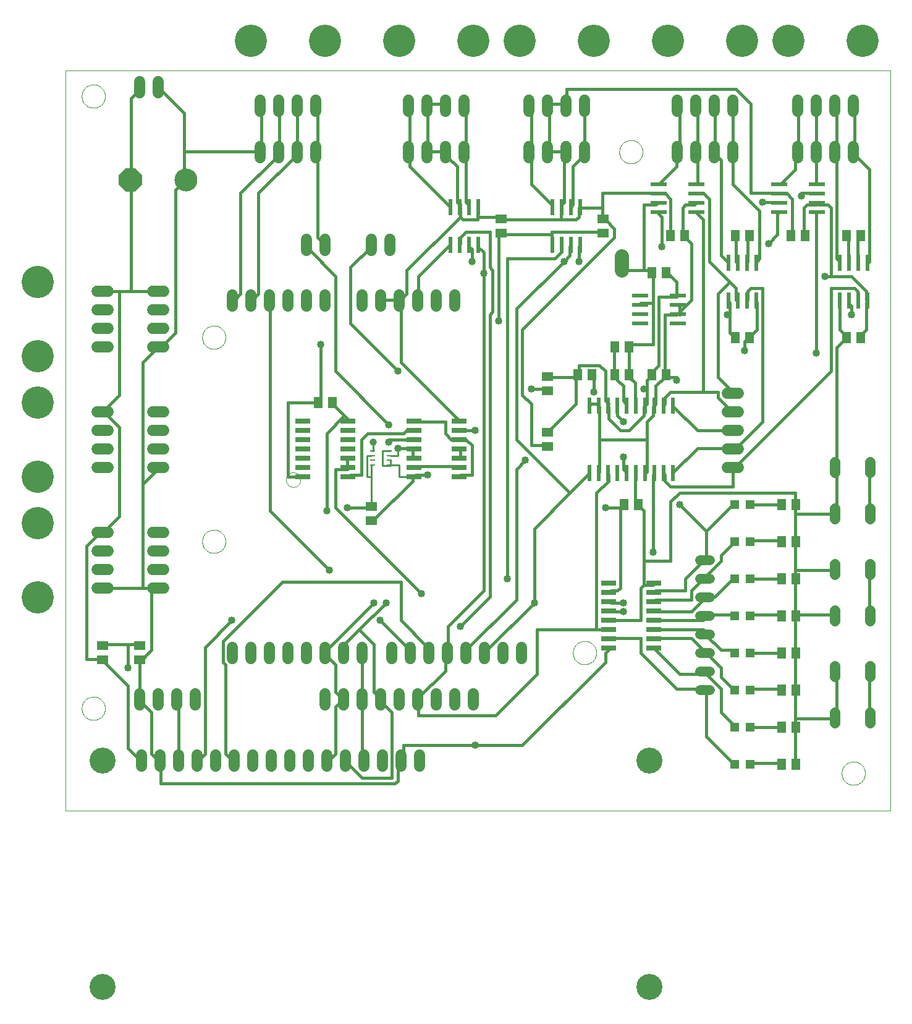
<source format=gtl>
G75*
G70*
%OFA0B0*%
%FSLAX24Y24*%
%IPPOS*%
%LPD*%
%AMOC8*
5,1,8,0,0,1.08239X$1,22.5*
%
%ADD10C,0.0000*%
%ADD11R,0.0236X0.0866*%
%ADD12R,0.0160X0.0080*%
%ADD13R,0.0866X0.0236*%
%ADD14C,0.0600*%
%ADD15R,0.0800X0.0260*%
%ADD16C,0.0554*%
%ADD17C,0.1400*%
%ADD18C,0.1740*%
%ADD19R,0.0591X0.0512*%
%ADD20R,0.0512X0.0591*%
%ADD21C,0.0780*%
%ADD22C,0.0520*%
%ADD23R,0.0472X0.0472*%
%ADD24OC8,0.1240*%
%ADD25C,0.1240*%
%ADD26C,0.0160*%
%ADD27C,0.0400*%
%ADD28C,0.0100*%
%ADD29C,0.0396*%
D10*
X003134Y011006D02*
X003134Y050876D01*
X047627Y050876D01*
X047627Y011006D01*
X003134Y011006D01*
X004004Y016506D02*
X004006Y016556D01*
X004012Y016606D01*
X004022Y016655D01*
X004036Y016703D01*
X004053Y016750D01*
X004074Y016795D01*
X004099Y016839D01*
X004127Y016880D01*
X004159Y016919D01*
X004193Y016956D01*
X004230Y016990D01*
X004270Y017020D01*
X004312Y017047D01*
X004356Y017071D01*
X004402Y017092D01*
X004449Y017108D01*
X004497Y017121D01*
X004547Y017130D01*
X004596Y017135D01*
X004647Y017136D01*
X004697Y017133D01*
X004746Y017126D01*
X004795Y017115D01*
X004843Y017100D01*
X004889Y017082D01*
X004934Y017060D01*
X004977Y017034D01*
X005018Y017005D01*
X005057Y016973D01*
X005093Y016938D01*
X005125Y016900D01*
X005155Y016860D01*
X005182Y016817D01*
X005205Y016773D01*
X005224Y016727D01*
X005240Y016679D01*
X005252Y016630D01*
X005260Y016581D01*
X005264Y016531D01*
X005264Y016481D01*
X005260Y016431D01*
X005252Y016382D01*
X005240Y016333D01*
X005224Y016285D01*
X005205Y016239D01*
X005182Y016195D01*
X005155Y016152D01*
X005125Y016112D01*
X005093Y016074D01*
X005057Y016039D01*
X005018Y016007D01*
X004977Y015978D01*
X004934Y015952D01*
X004889Y015930D01*
X004843Y015912D01*
X004795Y015897D01*
X004746Y015886D01*
X004697Y015879D01*
X004647Y015876D01*
X004596Y015877D01*
X004547Y015882D01*
X004497Y015891D01*
X004449Y015904D01*
X004402Y015920D01*
X004356Y015941D01*
X004312Y015965D01*
X004270Y015992D01*
X004230Y016022D01*
X004193Y016056D01*
X004159Y016093D01*
X004127Y016132D01*
X004099Y016173D01*
X004074Y016217D01*
X004053Y016262D01*
X004036Y016309D01*
X004022Y016357D01*
X004012Y016406D01*
X004006Y016456D01*
X004004Y016506D01*
X010504Y025506D02*
X010506Y025556D01*
X010512Y025606D01*
X010522Y025655D01*
X010536Y025703D01*
X010553Y025750D01*
X010574Y025795D01*
X010599Y025839D01*
X010627Y025880D01*
X010659Y025919D01*
X010693Y025956D01*
X010730Y025990D01*
X010770Y026020D01*
X010812Y026047D01*
X010856Y026071D01*
X010902Y026092D01*
X010949Y026108D01*
X010997Y026121D01*
X011047Y026130D01*
X011096Y026135D01*
X011147Y026136D01*
X011197Y026133D01*
X011246Y026126D01*
X011295Y026115D01*
X011343Y026100D01*
X011389Y026082D01*
X011434Y026060D01*
X011477Y026034D01*
X011518Y026005D01*
X011557Y025973D01*
X011593Y025938D01*
X011625Y025900D01*
X011655Y025860D01*
X011682Y025817D01*
X011705Y025773D01*
X011724Y025727D01*
X011740Y025679D01*
X011752Y025630D01*
X011760Y025581D01*
X011764Y025531D01*
X011764Y025481D01*
X011760Y025431D01*
X011752Y025382D01*
X011740Y025333D01*
X011724Y025285D01*
X011705Y025239D01*
X011682Y025195D01*
X011655Y025152D01*
X011625Y025112D01*
X011593Y025074D01*
X011557Y025039D01*
X011518Y025007D01*
X011477Y024978D01*
X011434Y024952D01*
X011389Y024930D01*
X011343Y024912D01*
X011295Y024897D01*
X011246Y024886D01*
X011197Y024879D01*
X011147Y024876D01*
X011096Y024877D01*
X011047Y024882D01*
X010997Y024891D01*
X010949Y024904D01*
X010902Y024920D01*
X010856Y024941D01*
X010812Y024965D01*
X010770Y024992D01*
X010730Y025022D01*
X010693Y025056D01*
X010659Y025093D01*
X010627Y025132D01*
X010599Y025173D01*
X010574Y025217D01*
X010553Y025262D01*
X010536Y025309D01*
X010522Y025357D01*
X010512Y025406D01*
X010506Y025456D01*
X010504Y025506D01*
X015020Y028831D02*
X015022Y028870D01*
X015028Y028909D01*
X015038Y028947D01*
X015051Y028984D01*
X015068Y029019D01*
X015088Y029053D01*
X015112Y029084D01*
X015139Y029113D01*
X015168Y029139D01*
X015200Y029162D01*
X015234Y029182D01*
X015270Y029198D01*
X015307Y029210D01*
X015346Y029219D01*
X015385Y029224D01*
X015424Y029225D01*
X015463Y029222D01*
X015502Y029215D01*
X015539Y029204D01*
X015576Y029190D01*
X015611Y029172D01*
X015644Y029151D01*
X015675Y029126D01*
X015703Y029099D01*
X015728Y029069D01*
X015750Y029036D01*
X015769Y029002D01*
X015784Y028966D01*
X015796Y028928D01*
X015804Y028890D01*
X015808Y028851D01*
X015808Y028811D01*
X015804Y028772D01*
X015796Y028734D01*
X015784Y028696D01*
X015769Y028660D01*
X015750Y028626D01*
X015728Y028593D01*
X015703Y028563D01*
X015675Y028536D01*
X015644Y028511D01*
X015611Y028490D01*
X015576Y028472D01*
X015539Y028458D01*
X015502Y028447D01*
X015463Y028440D01*
X015424Y028437D01*
X015385Y028438D01*
X015346Y028443D01*
X015307Y028452D01*
X015270Y028464D01*
X015234Y028480D01*
X015200Y028500D01*
X015168Y028523D01*
X015139Y028549D01*
X015112Y028578D01*
X015088Y028609D01*
X015068Y028643D01*
X015051Y028678D01*
X015038Y028715D01*
X015028Y028753D01*
X015022Y028792D01*
X015020Y028831D01*
X010504Y036506D02*
X010506Y036556D01*
X010512Y036606D01*
X010522Y036655D01*
X010536Y036703D01*
X010553Y036750D01*
X010574Y036795D01*
X010599Y036839D01*
X010627Y036880D01*
X010659Y036919D01*
X010693Y036956D01*
X010730Y036990D01*
X010770Y037020D01*
X010812Y037047D01*
X010856Y037071D01*
X010902Y037092D01*
X010949Y037108D01*
X010997Y037121D01*
X011047Y037130D01*
X011096Y037135D01*
X011147Y037136D01*
X011197Y037133D01*
X011246Y037126D01*
X011295Y037115D01*
X011343Y037100D01*
X011389Y037082D01*
X011434Y037060D01*
X011477Y037034D01*
X011518Y037005D01*
X011557Y036973D01*
X011593Y036938D01*
X011625Y036900D01*
X011655Y036860D01*
X011682Y036817D01*
X011705Y036773D01*
X011724Y036727D01*
X011740Y036679D01*
X011752Y036630D01*
X011760Y036581D01*
X011764Y036531D01*
X011764Y036481D01*
X011760Y036431D01*
X011752Y036382D01*
X011740Y036333D01*
X011724Y036285D01*
X011705Y036239D01*
X011682Y036195D01*
X011655Y036152D01*
X011625Y036112D01*
X011593Y036074D01*
X011557Y036039D01*
X011518Y036007D01*
X011477Y035978D01*
X011434Y035952D01*
X011389Y035930D01*
X011343Y035912D01*
X011295Y035897D01*
X011246Y035886D01*
X011197Y035879D01*
X011147Y035876D01*
X011096Y035877D01*
X011047Y035882D01*
X010997Y035891D01*
X010949Y035904D01*
X010902Y035920D01*
X010856Y035941D01*
X010812Y035965D01*
X010770Y035992D01*
X010730Y036022D01*
X010693Y036056D01*
X010659Y036093D01*
X010627Y036132D01*
X010599Y036173D01*
X010574Y036217D01*
X010553Y036262D01*
X010536Y036309D01*
X010522Y036357D01*
X010512Y036406D01*
X010506Y036456D01*
X010504Y036506D01*
X004004Y049506D02*
X004006Y049556D01*
X004012Y049606D01*
X004022Y049655D01*
X004036Y049703D01*
X004053Y049750D01*
X004074Y049795D01*
X004099Y049839D01*
X004127Y049880D01*
X004159Y049919D01*
X004193Y049956D01*
X004230Y049990D01*
X004270Y050020D01*
X004312Y050047D01*
X004356Y050071D01*
X004402Y050092D01*
X004449Y050108D01*
X004497Y050121D01*
X004547Y050130D01*
X004596Y050135D01*
X004647Y050136D01*
X004697Y050133D01*
X004746Y050126D01*
X004795Y050115D01*
X004843Y050100D01*
X004889Y050082D01*
X004934Y050060D01*
X004977Y050034D01*
X005018Y050005D01*
X005057Y049973D01*
X005093Y049938D01*
X005125Y049900D01*
X005155Y049860D01*
X005182Y049817D01*
X005205Y049773D01*
X005224Y049727D01*
X005240Y049679D01*
X005252Y049630D01*
X005260Y049581D01*
X005264Y049531D01*
X005264Y049481D01*
X005260Y049431D01*
X005252Y049382D01*
X005240Y049333D01*
X005224Y049285D01*
X005205Y049239D01*
X005182Y049195D01*
X005155Y049152D01*
X005125Y049112D01*
X005093Y049074D01*
X005057Y049039D01*
X005018Y049007D01*
X004977Y048978D01*
X004934Y048952D01*
X004889Y048930D01*
X004843Y048912D01*
X004795Y048897D01*
X004746Y048886D01*
X004697Y048879D01*
X004647Y048876D01*
X004596Y048877D01*
X004547Y048882D01*
X004497Y048891D01*
X004449Y048904D01*
X004402Y048920D01*
X004356Y048941D01*
X004312Y048965D01*
X004270Y048992D01*
X004230Y049022D01*
X004193Y049056D01*
X004159Y049093D01*
X004127Y049132D01*
X004099Y049173D01*
X004074Y049217D01*
X004053Y049262D01*
X004036Y049309D01*
X004022Y049357D01*
X004012Y049406D01*
X004006Y049456D01*
X004004Y049506D01*
X030504Y019506D02*
X030506Y019556D01*
X030512Y019606D01*
X030522Y019655D01*
X030536Y019703D01*
X030553Y019750D01*
X030574Y019795D01*
X030599Y019839D01*
X030627Y019880D01*
X030659Y019919D01*
X030693Y019956D01*
X030730Y019990D01*
X030770Y020020D01*
X030812Y020047D01*
X030856Y020071D01*
X030902Y020092D01*
X030949Y020108D01*
X030997Y020121D01*
X031047Y020130D01*
X031096Y020135D01*
X031147Y020136D01*
X031197Y020133D01*
X031246Y020126D01*
X031295Y020115D01*
X031343Y020100D01*
X031389Y020082D01*
X031434Y020060D01*
X031477Y020034D01*
X031518Y020005D01*
X031557Y019973D01*
X031593Y019938D01*
X031625Y019900D01*
X031655Y019860D01*
X031682Y019817D01*
X031705Y019773D01*
X031724Y019727D01*
X031740Y019679D01*
X031752Y019630D01*
X031760Y019581D01*
X031764Y019531D01*
X031764Y019481D01*
X031760Y019431D01*
X031752Y019382D01*
X031740Y019333D01*
X031724Y019285D01*
X031705Y019239D01*
X031682Y019195D01*
X031655Y019152D01*
X031625Y019112D01*
X031593Y019074D01*
X031557Y019039D01*
X031518Y019007D01*
X031477Y018978D01*
X031434Y018952D01*
X031389Y018930D01*
X031343Y018912D01*
X031295Y018897D01*
X031246Y018886D01*
X031197Y018879D01*
X031147Y018876D01*
X031096Y018877D01*
X031047Y018882D01*
X030997Y018891D01*
X030949Y018904D01*
X030902Y018920D01*
X030856Y018941D01*
X030812Y018965D01*
X030770Y018992D01*
X030730Y019022D01*
X030693Y019056D01*
X030659Y019093D01*
X030627Y019132D01*
X030599Y019173D01*
X030574Y019217D01*
X030553Y019262D01*
X030536Y019309D01*
X030522Y019357D01*
X030512Y019406D01*
X030506Y019456D01*
X030504Y019506D01*
X045004Y013006D02*
X045006Y013056D01*
X045012Y013106D01*
X045022Y013155D01*
X045036Y013203D01*
X045053Y013250D01*
X045074Y013295D01*
X045099Y013339D01*
X045127Y013380D01*
X045159Y013419D01*
X045193Y013456D01*
X045230Y013490D01*
X045270Y013520D01*
X045312Y013547D01*
X045356Y013571D01*
X045402Y013592D01*
X045449Y013608D01*
X045497Y013621D01*
X045547Y013630D01*
X045596Y013635D01*
X045647Y013636D01*
X045697Y013633D01*
X045746Y013626D01*
X045795Y013615D01*
X045843Y013600D01*
X045889Y013582D01*
X045934Y013560D01*
X045977Y013534D01*
X046018Y013505D01*
X046057Y013473D01*
X046093Y013438D01*
X046125Y013400D01*
X046155Y013360D01*
X046182Y013317D01*
X046205Y013273D01*
X046224Y013227D01*
X046240Y013179D01*
X046252Y013130D01*
X046260Y013081D01*
X046264Y013031D01*
X046264Y012981D01*
X046260Y012931D01*
X046252Y012882D01*
X046240Y012833D01*
X046224Y012785D01*
X046205Y012739D01*
X046182Y012695D01*
X046155Y012652D01*
X046125Y012612D01*
X046093Y012574D01*
X046057Y012539D01*
X046018Y012507D01*
X045977Y012478D01*
X045934Y012452D01*
X045889Y012430D01*
X045843Y012412D01*
X045795Y012397D01*
X045746Y012386D01*
X045697Y012379D01*
X045647Y012376D01*
X045596Y012377D01*
X045547Y012382D01*
X045497Y012391D01*
X045449Y012404D01*
X045402Y012420D01*
X045356Y012441D01*
X045312Y012465D01*
X045270Y012492D01*
X045230Y012522D01*
X045193Y012556D01*
X045159Y012593D01*
X045127Y012632D01*
X045099Y012673D01*
X045074Y012717D01*
X045053Y012762D01*
X045036Y012809D01*
X045022Y012857D01*
X045012Y012906D01*
X045006Y012956D01*
X045004Y013006D01*
X033004Y046506D02*
X033006Y046556D01*
X033012Y046606D01*
X033022Y046655D01*
X033036Y046703D01*
X033053Y046750D01*
X033074Y046795D01*
X033099Y046839D01*
X033127Y046880D01*
X033159Y046919D01*
X033193Y046956D01*
X033230Y046990D01*
X033270Y047020D01*
X033312Y047047D01*
X033356Y047071D01*
X033402Y047092D01*
X033449Y047108D01*
X033497Y047121D01*
X033547Y047130D01*
X033596Y047135D01*
X033647Y047136D01*
X033697Y047133D01*
X033746Y047126D01*
X033795Y047115D01*
X033843Y047100D01*
X033889Y047082D01*
X033934Y047060D01*
X033977Y047034D01*
X034018Y047005D01*
X034057Y046973D01*
X034093Y046938D01*
X034125Y046900D01*
X034155Y046860D01*
X034182Y046817D01*
X034205Y046773D01*
X034224Y046727D01*
X034240Y046679D01*
X034252Y046630D01*
X034260Y046581D01*
X034264Y046531D01*
X034264Y046481D01*
X034260Y046431D01*
X034252Y046382D01*
X034240Y046333D01*
X034224Y046285D01*
X034205Y046239D01*
X034182Y046195D01*
X034155Y046152D01*
X034125Y046112D01*
X034093Y046074D01*
X034057Y046039D01*
X034018Y046007D01*
X033977Y045978D01*
X033934Y045952D01*
X033889Y045930D01*
X033843Y045912D01*
X033795Y045897D01*
X033746Y045886D01*
X033697Y045879D01*
X033647Y045876D01*
X033596Y045877D01*
X033547Y045882D01*
X033497Y045891D01*
X033449Y045904D01*
X033402Y045920D01*
X033356Y045941D01*
X033312Y045965D01*
X033270Y045992D01*
X033230Y046022D01*
X033193Y046056D01*
X033159Y046093D01*
X033127Y046132D01*
X033099Y046173D01*
X033074Y046217D01*
X033053Y046262D01*
X033036Y046309D01*
X033022Y046357D01*
X033012Y046406D01*
X033006Y046456D01*
X033004Y046506D01*
D11*
X030884Y043530D03*
X030384Y043530D03*
X029884Y043530D03*
X029384Y043530D03*
X029384Y041482D03*
X029884Y041482D03*
X030384Y041482D03*
X030884Y041482D03*
X025384Y041482D03*
X024884Y041482D03*
X024384Y041482D03*
X023884Y041482D03*
X023884Y043530D03*
X024384Y043530D03*
X024884Y043530D03*
X025384Y043530D03*
X031384Y032817D03*
X031884Y032817D03*
X032384Y032817D03*
X032884Y032817D03*
X033384Y032817D03*
X033884Y032817D03*
X034384Y032817D03*
X034884Y032817D03*
X035384Y032817D03*
X035884Y032817D03*
X035884Y029195D03*
X035384Y029195D03*
X034884Y029195D03*
X034384Y029195D03*
X033884Y029195D03*
X033384Y029195D03*
X032884Y029195D03*
X032384Y029195D03*
X031884Y029195D03*
X031384Y029195D03*
X038884Y038482D03*
X039384Y038482D03*
X039884Y038482D03*
X040384Y038482D03*
X040384Y040530D03*
X039884Y040530D03*
X039384Y040530D03*
X038884Y040530D03*
X044884Y040530D03*
X045384Y040530D03*
X045884Y040530D03*
X046384Y040530D03*
X046384Y038482D03*
X045884Y038482D03*
X045384Y038482D03*
X044884Y038482D03*
D12*
X020646Y030390D03*
X020518Y030390D03*
X020518Y030134D03*
X020646Y030134D03*
X020646Y029878D03*
X020518Y029878D03*
X020518Y029622D03*
X020646Y029622D03*
X019751Y029622D03*
X019623Y029622D03*
X019623Y029878D03*
X019751Y029878D03*
X019751Y030134D03*
X019623Y030134D03*
X019623Y030390D03*
X019751Y030390D03*
D13*
X034111Y037256D03*
X034111Y037756D03*
X034111Y038256D03*
X034111Y038756D03*
X036158Y038756D03*
X036158Y038256D03*
X036158Y037756D03*
X036158Y037256D03*
X037158Y043256D03*
X037158Y043756D03*
X037158Y044256D03*
X037158Y044756D03*
X035111Y044756D03*
X035111Y044256D03*
X035111Y043756D03*
X035111Y043256D03*
X041611Y043256D03*
X041611Y043756D03*
X041611Y044256D03*
X041611Y044756D03*
X043658Y044756D03*
X043658Y044256D03*
X043658Y043756D03*
X043658Y043256D03*
D14*
X043634Y046206D02*
X043634Y046806D01*
X042634Y046806D02*
X042634Y046206D01*
X044634Y046206D02*
X044634Y046806D01*
X045634Y046806D02*
X045634Y046206D01*
X045634Y048706D02*
X045634Y049306D01*
X044634Y049306D02*
X044634Y048706D01*
X043634Y048706D02*
X043634Y049306D01*
X042634Y049306D02*
X042634Y048706D01*
X039134Y048706D02*
X039134Y049306D01*
X038134Y049306D02*
X038134Y048706D01*
X037134Y048706D02*
X037134Y049306D01*
X036134Y049306D02*
X036134Y048706D01*
X036134Y046806D02*
X036134Y046206D01*
X037134Y046206D02*
X037134Y046806D01*
X038134Y046806D02*
X038134Y046206D01*
X039134Y046206D02*
X039134Y046806D01*
X031134Y046806D02*
X031134Y046206D01*
X030134Y046206D02*
X030134Y046806D01*
X029134Y046806D02*
X029134Y046206D01*
X028134Y046206D02*
X028134Y046806D01*
X028134Y048706D02*
X028134Y049306D01*
X029134Y049306D02*
X029134Y048706D01*
X030134Y048706D02*
X030134Y049306D01*
X031134Y049306D02*
X031134Y048706D01*
X024634Y048706D02*
X024634Y049306D01*
X023634Y049306D02*
X023634Y048706D01*
X022634Y048706D02*
X022634Y049306D01*
X021634Y049306D02*
X021634Y048706D01*
X021634Y046806D02*
X021634Y046206D01*
X022634Y046206D02*
X022634Y046806D01*
X023634Y046806D02*
X023634Y046206D01*
X024634Y046206D02*
X024634Y046806D01*
X020634Y041806D02*
X020634Y041206D01*
X019634Y041206D02*
X019634Y041806D01*
X017134Y041806D02*
X017134Y041206D01*
X016134Y041206D02*
X016134Y041806D01*
X016134Y038806D02*
X016134Y038206D01*
X015134Y038206D02*
X015134Y038806D01*
X014134Y038806D02*
X014134Y038206D01*
X013134Y038206D02*
X013134Y038806D01*
X012134Y038806D02*
X012134Y038206D01*
X008434Y038006D02*
X007834Y038006D01*
X007834Y037006D02*
X008434Y037006D01*
X008434Y036006D02*
X007834Y036006D01*
X005434Y036006D02*
X004834Y036006D01*
X004834Y037006D02*
X005434Y037006D01*
X005434Y038006D02*
X004834Y038006D01*
X004834Y039006D02*
X005434Y039006D01*
X007834Y039006D02*
X008434Y039006D01*
X008434Y032506D02*
X007834Y032506D01*
X007834Y031506D02*
X008434Y031506D01*
X008434Y030506D02*
X007834Y030506D01*
X007834Y029506D02*
X008434Y029506D01*
X005434Y029506D02*
X004834Y029506D01*
X004834Y030506D02*
X005434Y030506D01*
X005434Y031506D02*
X004834Y031506D01*
X004834Y032506D02*
X005434Y032506D01*
X005434Y026006D02*
X004834Y026006D01*
X004834Y025006D02*
X005434Y025006D01*
X005434Y024006D02*
X004834Y024006D01*
X004834Y023006D02*
X005434Y023006D01*
X007834Y023006D02*
X008434Y023006D01*
X008434Y024006D02*
X007834Y024006D01*
X007834Y025006D02*
X008434Y025006D01*
X008434Y026006D02*
X007834Y026006D01*
X012134Y019806D02*
X012134Y019206D01*
X013134Y019206D02*
X013134Y019806D01*
X014134Y019806D02*
X014134Y019206D01*
X015134Y019206D02*
X015134Y019806D01*
X016134Y019806D02*
X016134Y019206D01*
X017134Y019206D02*
X017134Y019806D01*
X018134Y019806D02*
X018134Y019206D01*
X019134Y019206D02*
X019134Y019806D01*
X020734Y019806D02*
X020734Y019206D01*
X021734Y019206D02*
X021734Y019806D01*
X022734Y019806D02*
X022734Y019206D01*
X023734Y019206D02*
X023734Y019806D01*
X024734Y019806D02*
X024734Y019206D01*
X025734Y019206D02*
X025734Y019806D01*
X026734Y019806D02*
X026734Y019206D01*
X027734Y019206D02*
X027734Y019806D01*
X025134Y017306D02*
X025134Y016706D01*
X024134Y016706D02*
X024134Y017306D01*
X023134Y017306D02*
X023134Y016706D01*
X022134Y016706D02*
X022134Y017306D01*
X021134Y017306D02*
X021134Y016706D01*
X020134Y016706D02*
X020134Y017306D01*
X019134Y017306D02*
X019134Y016706D01*
X018134Y016706D02*
X018134Y017306D01*
X017134Y017306D02*
X017134Y016706D01*
X017234Y014006D02*
X017234Y013406D01*
X016234Y013406D02*
X016234Y014006D01*
X015234Y014006D02*
X015234Y013406D01*
X014234Y013406D02*
X014234Y014006D01*
X013234Y014006D02*
X013234Y013406D01*
X012234Y013406D02*
X012234Y014006D01*
X011234Y014006D02*
X011234Y013406D01*
X010234Y013406D02*
X010234Y014006D01*
X009234Y014006D02*
X009234Y013406D01*
X008234Y013406D02*
X008234Y014006D01*
X007234Y014006D02*
X007234Y013406D01*
X007134Y016706D02*
X007134Y017306D01*
X008134Y017306D02*
X008134Y016706D01*
X009134Y016706D02*
X009134Y017306D01*
X010134Y017306D02*
X010134Y016706D01*
X018234Y014006D02*
X018234Y013406D01*
X019234Y013406D02*
X019234Y014006D01*
X020234Y014006D02*
X020234Y013406D01*
X021234Y013406D02*
X021234Y014006D01*
X022234Y014006D02*
X022234Y013406D01*
X038834Y029506D02*
X039434Y029506D01*
X039434Y030506D02*
X038834Y030506D01*
X038834Y031506D02*
X039434Y031506D01*
X039434Y032506D02*
X038834Y032506D01*
X038834Y033506D02*
X039434Y033506D01*
X024134Y038206D02*
X024134Y038806D01*
X023134Y038806D02*
X023134Y038206D01*
X022134Y038206D02*
X022134Y038806D01*
X021134Y038806D02*
X021134Y038206D01*
X020134Y038206D02*
X020134Y038806D01*
X019134Y038806D02*
X019134Y038206D01*
X017134Y038206D02*
X017134Y038806D01*
X016634Y046206D02*
X016634Y046806D01*
X015634Y046806D02*
X015634Y046206D01*
X014634Y046206D02*
X014634Y046806D01*
X013634Y046806D02*
X013634Y046206D01*
X013634Y048706D02*
X013634Y049306D01*
X014634Y049306D02*
X014634Y048706D01*
X015634Y048706D02*
X015634Y049306D01*
X016634Y049306D02*
X016634Y048706D01*
X008134Y049706D02*
X008134Y050306D01*
X007134Y050306D02*
X007134Y049706D01*
D15*
X015924Y032006D03*
X015924Y031506D03*
X015924Y031006D03*
X015924Y030506D03*
X015924Y030006D03*
X015924Y029506D03*
X015924Y029006D03*
X018344Y029006D03*
X018344Y029506D03*
X018344Y030006D03*
X018344Y030506D03*
X018344Y031006D03*
X018344Y031506D03*
X018344Y032006D03*
X021924Y032006D03*
X021924Y031506D03*
X021924Y031006D03*
X021924Y030506D03*
X021924Y030006D03*
X021924Y029506D03*
X021924Y029006D03*
X024344Y029006D03*
X024344Y029506D03*
X024344Y030006D03*
X024344Y030506D03*
X024344Y031006D03*
X024344Y031506D03*
X024344Y032006D03*
X032424Y023256D03*
X032424Y022756D03*
X032424Y022256D03*
X032424Y021756D03*
X032424Y021256D03*
X032424Y020756D03*
X032424Y020256D03*
X032424Y019756D03*
X034844Y019756D03*
X034844Y020256D03*
X034844Y020756D03*
X034844Y021256D03*
X034844Y021756D03*
X034844Y022256D03*
X034844Y022756D03*
X034844Y023256D03*
D16*
X044634Y023729D02*
X044634Y024283D01*
X046509Y024283D02*
X046509Y023729D01*
X046509Y021783D02*
X046509Y021229D01*
X044634Y021229D02*
X044634Y021783D01*
X044634Y018783D02*
X044634Y018229D01*
X044634Y016283D02*
X044634Y015729D01*
X046509Y015729D02*
X046509Y016283D01*
X046509Y018229D02*
X046509Y018783D01*
X046509Y026729D02*
X046509Y027283D01*
X046509Y029229D02*
X046509Y029783D01*
X044634Y029783D02*
X044634Y029229D01*
X044634Y027283D02*
X044634Y026729D01*
D17*
X005134Y001506D03*
X005134Y013706D03*
X034634Y013706D03*
X034634Y001506D03*
D18*
X001634Y022506D03*
X001634Y026506D03*
X001634Y029006D03*
X001634Y033006D03*
X001634Y035506D03*
X001634Y039506D03*
X013134Y052506D03*
X017134Y052506D03*
X021134Y052506D03*
X025134Y052506D03*
X027634Y052506D03*
X031634Y052506D03*
X035634Y052506D03*
X039634Y052506D03*
X042134Y052506D03*
X046134Y052506D03*
D19*
X032134Y042880D03*
X032134Y042132D03*
X026634Y042132D03*
X026634Y042880D03*
X029134Y034380D03*
X029134Y033632D03*
X029134Y031380D03*
X029134Y030632D03*
X019634Y027380D03*
X019634Y026632D03*
X007134Y019880D03*
X007134Y019132D03*
X005134Y019132D03*
X005134Y019880D03*
D20*
X016760Y033006D03*
X017509Y033006D03*
X030760Y034506D03*
X031509Y034506D03*
X032760Y034506D03*
X033509Y034506D03*
X034760Y034506D03*
X035509Y034506D03*
X033509Y036006D03*
X032760Y036006D03*
X034760Y040006D03*
X035509Y040006D03*
X035760Y042006D03*
X036509Y042006D03*
X039260Y042006D03*
X040009Y042006D03*
X042260Y042006D03*
X043009Y042006D03*
X045260Y042006D03*
X046009Y042006D03*
X046009Y036506D03*
X045260Y036506D03*
X040009Y036506D03*
X039260Y036506D03*
X041760Y027506D03*
X042509Y027506D03*
X042509Y025506D03*
X041760Y025506D03*
X041760Y023506D03*
X042509Y023506D03*
X042509Y021506D03*
X041760Y021506D03*
X041760Y019506D03*
X042509Y019506D03*
X042509Y017506D03*
X041760Y017506D03*
X041760Y015506D03*
X042509Y015506D03*
X042509Y013506D03*
X041760Y013506D03*
X034009Y027506D03*
X033260Y027506D03*
D21*
X033134Y040116D02*
X033134Y040896D01*
D22*
X037374Y024506D02*
X037894Y024506D01*
X037894Y023506D02*
X037374Y023506D01*
X037374Y022506D02*
X037894Y022506D01*
X037894Y021506D02*
X037374Y021506D01*
X037374Y020506D02*
X037894Y020506D01*
X037894Y019506D02*
X037374Y019506D01*
X037374Y018506D02*
X037894Y018506D01*
X037894Y017506D02*
X037374Y017506D01*
D23*
X039221Y017506D03*
X040048Y017506D03*
X040048Y015506D03*
X039221Y015506D03*
X039221Y013506D03*
X040048Y013506D03*
X040048Y019506D03*
X039221Y019506D03*
X039221Y021506D03*
X040048Y021506D03*
X040048Y023506D03*
X039221Y023506D03*
X039221Y025506D03*
X040048Y025506D03*
X040048Y027506D03*
X039221Y027506D03*
D24*
X006634Y045006D03*
D25*
X009634Y045006D03*
D26*
X009534Y044926D01*
X009054Y044446D01*
X009054Y036766D01*
X008254Y035966D01*
X008134Y036006D01*
X007294Y035166D01*
X007294Y028606D01*
X007294Y023006D01*
X005134Y023006D01*
X004254Y025246D02*
X005054Y026046D01*
X005134Y026006D01*
X005214Y026046D01*
X006014Y026846D01*
X006014Y031646D01*
X005214Y032446D01*
X005134Y032506D01*
X005214Y032606D01*
X006014Y033406D01*
X006014Y039006D01*
X005134Y039006D01*
X006014Y039006D02*
X006654Y039006D01*
X006654Y044926D01*
X006634Y045006D01*
X006654Y045086D01*
X006654Y049406D01*
X007134Y049886D01*
X007134Y050006D01*
X008134Y050006D02*
X009534Y048606D01*
X009534Y046526D01*
X013534Y046526D01*
X013634Y046506D01*
X013694Y046526D01*
X013694Y048926D01*
X013634Y049006D01*
X014634Y049006D02*
X014654Y048926D01*
X014654Y046526D01*
X014634Y046506D01*
X014494Y046366D01*
X014494Y046206D01*
X012574Y044286D01*
X012574Y038846D01*
X012254Y038526D01*
X012134Y038506D01*
X013134Y038506D02*
X013214Y038526D01*
X013534Y038846D01*
X013534Y044286D01*
X015614Y046366D01*
X015634Y046506D01*
X015614Y046526D01*
X015614Y048926D01*
X015634Y049006D01*
X016634Y049006D02*
X016734Y048926D01*
X016734Y046526D01*
X016634Y046506D01*
X016734Y046366D01*
X016734Y041886D01*
X017054Y041566D01*
X017134Y041506D01*
X016254Y041406D02*
X016134Y041506D01*
X016254Y041406D02*
X016254Y041246D01*
X017694Y039806D01*
X017694Y034686D01*
X020574Y031806D01*
X020574Y031006D02*
X021924Y031006D01*
X021854Y031486D02*
X021534Y031486D01*
X021374Y031326D01*
X019414Y031326D01*
X019094Y031006D01*
X019094Y029086D01*
X018494Y029086D01*
X018344Y029006D01*
X018334Y029406D02*
X018344Y029506D01*
X018334Y029566D01*
X018334Y029886D01*
X018344Y030006D01*
X018334Y029406D02*
X017694Y029406D01*
X017694Y027326D01*
X022334Y022686D01*
X021214Y023326D02*
X021214Y021246D01*
X022654Y019806D01*
X022654Y019646D01*
X022734Y019506D01*
X023614Y019486D02*
X023614Y018526D01*
X022174Y017086D01*
X022134Y017006D01*
X022174Y016926D01*
X022174Y016126D01*
X026334Y016126D01*
X028574Y018366D01*
X028574Y020766D01*
X031774Y020766D01*
X031774Y028126D01*
X032414Y028766D01*
X032414Y029086D01*
X032384Y029195D01*
X031934Y029246D02*
X031884Y029195D01*
X031934Y029246D02*
X031934Y031006D01*
X034494Y031006D01*
X034494Y029246D01*
X034384Y029195D01*
X034814Y029086D02*
X034884Y029195D01*
X034814Y029086D02*
X034814Y024926D01*
X034334Y024446D02*
X035774Y024446D01*
X035774Y027646D01*
X036254Y028126D01*
X042494Y028126D01*
X042494Y027646D01*
X042509Y027506D01*
X042494Y027486D01*
X042494Y027006D01*
X044634Y027006D01*
X044734Y027006D01*
X044734Y029406D01*
X044634Y029506D01*
X044734Y029566D01*
X044734Y035966D01*
X045214Y036446D01*
X045260Y036506D01*
X045214Y036606D01*
X044894Y036926D01*
X044894Y038366D01*
X044884Y038482D01*
X045384Y038482D02*
X045374Y038366D01*
X045534Y038206D01*
X045534Y037726D01*
X045884Y038482D02*
X045854Y038526D01*
X045854Y039006D01*
X045694Y039166D01*
X044414Y039166D01*
X044414Y034686D01*
X039134Y029406D01*
X039134Y029506D01*
X039134Y029406D02*
X039134Y028446D01*
X035774Y028446D01*
X035454Y028766D01*
X035454Y029086D01*
X035384Y029195D01*
X035884Y029195D02*
X035934Y029246D01*
X037214Y030526D01*
X039134Y030526D01*
X039134Y030506D01*
X039134Y030366D01*
X040734Y031966D01*
X040734Y039166D01*
X040094Y039166D01*
X039934Y039006D01*
X039934Y038526D01*
X039884Y038482D01*
X039384Y038482D02*
X039294Y038526D01*
X039294Y039166D01*
X038974Y039486D01*
X038334Y038846D01*
X038334Y034366D01*
X039134Y033566D01*
X039134Y033506D01*
X039134Y032506D02*
X039134Y032446D01*
X038334Y033246D01*
X038334Y033566D01*
X037534Y033566D01*
X037534Y042846D01*
X037214Y043166D01*
X037158Y043256D01*
X037054Y043646D02*
X036574Y043646D01*
X036414Y043486D01*
X036414Y042046D01*
X036509Y042006D01*
X036574Y041886D01*
X036894Y041566D01*
X036894Y038526D01*
X036254Y037886D01*
X036254Y037726D01*
X036158Y037756D01*
X036094Y037726D01*
X035454Y037726D01*
X035454Y034526D01*
X035509Y034506D01*
X035614Y034366D01*
X036094Y034366D01*
X036094Y034206D01*
X035509Y034506D02*
X035454Y034366D01*
X034974Y033886D01*
X034974Y032926D01*
X034884Y032817D01*
X034814Y032766D01*
X034814Y032286D01*
X034494Y031966D01*
X034494Y031006D01*
X033534Y031486D02*
X034334Y032286D01*
X034334Y032766D01*
X034384Y032817D01*
X034494Y032926D01*
X034494Y033726D01*
X034334Y033726D01*
X034494Y033726D02*
X034494Y034206D01*
X034654Y034366D01*
X034760Y034506D01*
X034814Y034526D01*
X034814Y034686D01*
X035134Y035006D01*
X035134Y038686D01*
X036094Y038686D01*
X036158Y038756D01*
X036094Y038846D01*
X036094Y039486D01*
X035614Y039966D01*
X035509Y040006D01*
X034814Y039966D02*
X034760Y040006D01*
X034654Y040126D01*
X034334Y040126D01*
X034334Y043646D01*
X034974Y043646D01*
X035111Y043756D01*
X035111Y044256D02*
X034974Y044286D01*
X032094Y044286D01*
X032094Y043486D01*
X032094Y043006D01*
X032134Y042880D01*
X032254Y042846D01*
X032734Y042366D01*
X032734Y041886D01*
X027774Y036926D01*
X027774Y033406D01*
X028254Y032926D01*
X028254Y030686D01*
X029054Y030686D01*
X029134Y030632D01*
X029134Y031380D02*
X029214Y031486D01*
X030654Y032926D01*
X030654Y034366D01*
X030760Y034506D01*
X030814Y034526D01*
X030814Y035006D01*
X031934Y035006D01*
X032254Y034686D01*
X032254Y033086D01*
X032414Y032926D01*
X032384Y032817D01*
X032414Y032766D01*
X032414Y032126D01*
X033054Y031486D01*
X033534Y031486D01*
X033214Y031966D02*
X032894Y032286D01*
X032894Y032766D01*
X032884Y032817D01*
X033214Y033086D02*
X033214Y033886D01*
X032894Y034206D01*
X032894Y034366D01*
X032760Y034506D01*
X032734Y034526D01*
X032734Y035966D01*
X032760Y036006D01*
X033509Y036006D02*
X033534Y036126D01*
X034814Y036126D01*
X034814Y038366D01*
X034814Y039966D01*
X034334Y040126D02*
X033214Y040126D01*
X033214Y040446D01*
X033134Y040506D01*
X032134Y042132D02*
X032094Y042206D01*
X029374Y042206D01*
X029374Y042046D01*
X029374Y041566D01*
X029384Y041482D01*
X029854Y041406D02*
X029854Y041086D01*
X029534Y040766D01*
X026974Y040766D01*
X026974Y023486D01*
X027454Y022366D02*
X024734Y019646D01*
X024734Y019506D01*
X023774Y019646D02*
X023774Y020926D01*
X025694Y022846D01*
X025694Y039966D01*
X025694Y041086D01*
X025374Y041406D01*
X025384Y041482D01*
X025054Y041246D02*
X025054Y040606D01*
X025054Y041246D02*
X024894Y041406D01*
X024884Y041482D01*
X024414Y041566D02*
X024414Y041886D01*
X024734Y042206D01*
X026014Y042206D01*
X026014Y040286D01*
X026174Y040126D01*
X026174Y037886D01*
X026014Y037726D01*
X026014Y022526D01*
X024414Y020926D01*
X023774Y019646D02*
X023734Y019506D01*
X023614Y019486D01*
X021734Y019506D02*
X021694Y019646D01*
X020094Y021246D01*
X019774Y022206D02*
X017214Y019646D01*
X017134Y019506D01*
X017214Y019486D01*
X017214Y019326D01*
X017694Y018846D01*
X017694Y017406D01*
X018014Y017086D01*
X018134Y017006D01*
X018014Y016926D01*
X017694Y016606D01*
X017694Y014046D01*
X017374Y013726D01*
X017234Y013706D01*
X018234Y013706D02*
X018334Y013566D01*
X019134Y012766D01*
X020734Y012766D01*
X020734Y016286D01*
X020254Y016766D01*
X020254Y016926D01*
X020134Y017006D01*
X020094Y017086D01*
X019774Y017406D01*
X019774Y019966D01*
X018974Y020766D01*
X020414Y022206D01*
X021214Y023326D02*
X014814Y023326D01*
X011614Y020126D01*
X011614Y019006D01*
X011774Y018846D01*
X011774Y014046D01*
X012094Y013726D01*
X012234Y013706D01*
X010654Y014046D02*
X010654Y019806D01*
X012094Y021246D01*
X009134Y017006D02*
X009214Y016926D01*
X009214Y013726D01*
X009234Y013706D01*
X008254Y013566D02*
X008234Y013706D01*
X008094Y013726D01*
X007774Y014046D01*
X007774Y016286D01*
X007134Y016926D01*
X007134Y017006D01*
X007134Y019006D01*
X007134Y019132D01*
X007134Y019006D02*
X007774Y019646D01*
X007774Y023006D01*
X008134Y023006D01*
X008094Y023006D01*
X007774Y023006D02*
X007294Y023006D01*
X007134Y019966D02*
X006494Y019966D01*
X006494Y018686D01*
X006494Y017726D02*
X006494Y014366D01*
X007134Y013726D01*
X007234Y013706D01*
X008254Y013566D02*
X008254Y012446D01*
X020894Y012446D01*
X021054Y012606D01*
X021054Y013406D01*
X021214Y013566D01*
X021234Y013706D01*
X021374Y013726D01*
X021374Y014526D01*
X025214Y014526D01*
X027774Y014526D01*
X032254Y019006D01*
X032254Y019486D01*
X032414Y019646D01*
X032424Y019756D01*
X032424Y020256D02*
X032574Y020286D01*
X034174Y020286D01*
X034174Y019486D01*
X036094Y017566D01*
X037534Y017566D01*
X037634Y017506D01*
X037694Y017406D01*
X037694Y015006D01*
X039134Y013566D01*
X039221Y013506D01*
X040048Y013506D02*
X040094Y013566D01*
X041694Y013566D01*
X041760Y013506D01*
X042494Y013566D02*
X042509Y013506D01*
X042494Y013566D02*
X042494Y015486D01*
X042509Y015506D01*
X042494Y015646D01*
X042494Y015966D01*
X044574Y015966D01*
X044634Y016006D01*
X044734Y016126D01*
X044734Y018366D01*
X044634Y018506D01*
X046494Y018366D02*
X046509Y018506D01*
X046494Y018366D02*
X046494Y016126D01*
X046509Y016006D01*
X042494Y015966D02*
X042494Y017406D01*
X042509Y017506D01*
X042494Y017566D01*
X042494Y019486D01*
X042509Y019506D01*
X042494Y019646D01*
X042494Y021406D01*
X042509Y021506D01*
X042494Y021566D01*
X042494Y023486D01*
X042509Y023506D01*
X042494Y023646D01*
X042494Y023966D01*
X044574Y023966D01*
X044634Y024006D01*
X046494Y023966D02*
X046509Y024006D01*
X046494Y023966D02*
X046494Y021566D01*
X046509Y021506D01*
X044634Y021506D02*
X044574Y021566D01*
X042654Y021566D01*
X042509Y021506D01*
X041760Y021506D02*
X041694Y021566D01*
X040094Y021566D01*
X040048Y021506D01*
X039221Y021506D02*
X039134Y021566D01*
X037694Y021566D01*
X037634Y021506D01*
X037534Y021406D01*
X037534Y021246D01*
X034974Y021246D01*
X034844Y021256D01*
X034974Y021726D02*
X034844Y021756D01*
X034974Y021726D02*
X036894Y021726D01*
X037534Y022366D01*
X037634Y022506D01*
X037694Y022526D01*
X038174Y022526D01*
X039134Y023486D01*
X039221Y023506D01*
X040048Y023506D02*
X040094Y023486D01*
X041694Y023486D01*
X041760Y023506D01*
X042494Y023966D02*
X042494Y025406D01*
X042509Y025506D01*
X042494Y025566D01*
X042494Y027006D01*
X041760Y027506D02*
X041694Y027486D01*
X040094Y027486D01*
X040048Y027506D01*
X039221Y027506D02*
X039134Y027486D01*
X037694Y026046D01*
X036254Y027486D01*
X037694Y026046D02*
X037694Y024606D01*
X037634Y024506D01*
X037534Y024446D01*
X036574Y023486D01*
X036574Y022846D01*
X034974Y022846D01*
X034844Y022756D01*
X034814Y023166D02*
X034844Y023256D01*
X034814Y023166D02*
X034334Y023166D01*
X034334Y024446D01*
X034334Y027166D01*
X034014Y027486D01*
X034009Y027506D01*
X033854Y027646D01*
X033854Y029086D01*
X033884Y029195D01*
X033384Y029195D02*
X033374Y029246D01*
X033214Y029406D01*
X033214Y030046D01*
X031934Y031006D02*
X031934Y032766D01*
X031884Y032817D01*
X031774Y032926D01*
X031454Y032926D01*
X031384Y032817D01*
X031614Y033566D02*
X031614Y034366D01*
X031509Y034506D01*
X030654Y034366D02*
X029214Y034366D01*
X029134Y034380D01*
X029054Y033726D02*
X029134Y033632D01*
X029054Y033726D02*
X028254Y033726D01*
X027454Y031006D02*
X030334Y028126D01*
X031294Y029086D01*
X031384Y029195D01*
X030334Y028126D02*
X028414Y026206D01*
X028414Y022206D01*
X025854Y019646D01*
X025734Y019506D01*
X027454Y022366D02*
X027454Y029406D01*
X027934Y029886D01*
X027454Y031006D02*
X027454Y038046D01*
X030014Y040606D01*
X030334Y040926D01*
X030334Y041406D01*
X030384Y041482D01*
X030814Y041406D02*
X030884Y041482D01*
X030814Y041406D02*
X030814Y040606D01*
X029854Y041406D02*
X029884Y041482D01*
X029374Y042046D02*
X026654Y042046D01*
X026634Y042132D01*
X026494Y042046D01*
X026494Y037406D01*
X024384Y041482D02*
X024414Y041566D01*
X023884Y041482D02*
X023774Y041406D01*
X022174Y039806D01*
X022174Y038526D01*
X022134Y038506D01*
X021534Y038846D02*
X021534Y040126D01*
X024414Y043006D01*
X024574Y042846D01*
X025374Y042846D01*
X025374Y043006D01*
X025374Y043486D01*
X025384Y043530D01*
X024884Y043530D02*
X024894Y043646D01*
X024734Y043806D01*
X024734Y046366D01*
X024634Y046506D01*
X024734Y046526D01*
X024734Y048926D01*
X024634Y049006D01*
X023634Y049006D02*
X023614Y049086D01*
X022654Y049086D01*
X022634Y049006D01*
X022654Y048926D01*
X022654Y046526D01*
X022634Y046506D01*
X022654Y046526D02*
X023614Y046526D01*
X023634Y046506D01*
X023774Y046366D01*
X023774Y046206D01*
X024254Y045726D01*
X024254Y043806D01*
X024414Y043646D01*
X024384Y043530D01*
X024414Y043486D01*
X024414Y043006D01*
X023884Y043530D02*
X023774Y043646D01*
X021694Y045726D01*
X021694Y046366D01*
X021634Y046506D01*
X021694Y046526D01*
X021694Y048926D01*
X021634Y049006D01*
X025374Y043006D02*
X026494Y043006D01*
X026634Y042880D01*
X026654Y042846D01*
X029854Y042846D01*
X030654Y042846D01*
X030814Y043006D01*
X030814Y043486D01*
X030884Y043530D01*
X030974Y043486D01*
X032094Y043486D01*
X030494Y043646D02*
X030384Y043530D01*
X030494Y043646D02*
X030494Y045726D01*
X030974Y046206D01*
X030974Y046366D01*
X031134Y046526D01*
X031134Y046506D01*
X031134Y046526D02*
X031134Y049006D01*
X030174Y049086D02*
X030174Y049886D01*
X039294Y049886D01*
X040094Y049086D01*
X040094Y044286D01*
X041534Y044286D01*
X041611Y044256D01*
X041694Y044286D01*
X042014Y044286D01*
X042334Y043966D01*
X042334Y042046D01*
X042260Y042006D01*
X041534Y042046D02*
X041534Y043166D01*
X041611Y043256D01*
X041611Y043756D02*
X041534Y043806D01*
X040734Y043806D01*
X040574Y043326D02*
X039134Y044766D01*
X039134Y046506D01*
X039134Y049006D01*
X038174Y048926D02*
X038134Y049006D01*
X038174Y048926D02*
X038174Y046526D01*
X038134Y046506D01*
X038174Y046366D01*
X038494Y046046D01*
X038494Y040926D01*
X038814Y040606D01*
X038884Y040530D01*
X039294Y040606D02*
X039384Y040530D01*
X039294Y040606D02*
X039294Y041886D01*
X039260Y042006D01*
X039934Y041886D02*
X040009Y042006D01*
X039934Y041886D02*
X039934Y040606D01*
X039884Y040530D01*
X040384Y040530D02*
X040414Y040606D01*
X040574Y040766D01*
X040574Y043326D01*
X041611Y044756D02*
X041694Y044766D01*
X042494Y045566D01*
X042494Y046366D01*
X042634Y046506D01*
X042654Y046526D01*
X042654Y048926D01*
X042634Y049006D01*
X043614Y048926D02*
X043634Y049006D01*
X043614Y048926D02*
X043614Y046526D01*
X043634Y046506D01*
X043614Y046366D01*
X043614Y044766D01*
X043658Y044756D01*
X043614Y044286D02*
X042814Y044286D01*
X042814Y044126D01*
X043134Y043646D02*
X043614Y043646D01*
X043658Y043756D01*
X043774Y043646D01*
X044254Y043646D01*
X044414Y043486D01*
X044414Y039806D01*
X044094Y039806D01*
X044414Y039806D02*
X045534Y039806D01*
X046334Y039006D01*
X046334Y038526D01*
X046384Y038482D01*
X046334Y038366D01*
X046334Y036926D01*
X046014Y036606D01*
X046009Y036506D01*
X043614Y035646D02*
X043614Y043166D01*
X043658Y043256D01*
X043134Y043646D02*
X042974Y043486D01*
X042974Y042046D01*
X043009Y042006D01*
X041534Y042046D02*
X041054Y041566D01*
X038974Y039486D02*
X037854Y040606D01*
X037854Y043966D01*
X037534Y044286D01*
X037214Y044286D01*
X037158Y044256D01*
X037158Y043756D02*
X037054Y043646D01*
X037158Y044756D02*
X037214Y044766D01*
X037214Y046366D01*
X037134Y046506D01*
X037214Y046526D01*
X037214Y048926D01*
X037134Y049006D01*
X036254Y048926D02*
X036134Y049006D01*
X036254Y048926D02*
X036254Y046526D01*
X036134Y046506D01*
X036094Y046366D01*
X036094Y045726D01*
X035134Y044766D01*
X035111Y044756D01*
X035134Y044286D02*
X035111Y044256D01*
X035134Y044286D02*
X035454Y044286D01*
X035774Y043966D01*
X035774Y042046D01*
X035760Y042006D01*
X035294Y041406D02*
X035294Y043006D01*
X035134Y043166D01*
X035111Y043256D01*
X038884Y038482D02*
X038974Y038366D01*
X038974Y037726D01*
X038814Y037726D01*
X038974Y037726D02*
X038974Y036766D01*
X039134Y036606D01*
X039260Y036506D01*
X039774Y036286D02*
X039774Y035806D01*
X039774Y036286D02*
X039934Y036446D01*
X040009Y036506D01*
X040094Y036606D01*
X040414Y036926D01*
X040414Y038366D01*
X040384Y038482D01*
X036254Y038206D02*
X036254Y037886D01*
X036254Y038206D02*
X036158Y038256D01*
X034814Y038366D02*
X034174Y038366D01*
X034111Y038256D01*
X033509Y036006D02*
X033534Y035966D01*
X033534Y034526D01*
X033509Y034506D01*
X033534Y034366D01*
X033854Y034046D01*
X033854Y032926D01*
X033884Y032817D01*
X033384Y032817D02*
X033374Y032926D01*
X033214Y033086D01*
X035384Y032817D02*
X035454Y032926D01*
X035454Y033246D01*
X035774Y033566D01*
X037534Y033566D01*
X035934Y032766D02*
X037214Y031486D01*
X039134Y031486D01*
X039134Y031506D01*
X035934Y032766D02*
X035884Y032817D01*
X033260Y027506D02*
X033054Y027326D01*
X032254Y027326D01*
X033054Y027326D02*
X033054Y023006D01*
X032894Y022846D01*
X032574Y022846D01*
X032424Y022756D01*
X032424Y022256D02*
X032574Y022206D01*
X033214Y022206D01*
X033214Y021726D02*
X032574Y021726D01*
X032424Y021756D01*
X032424Y021256D02*
X032574Y021246D01*
X034174Y021246D01*
X034174Y023006D01*
X034334Y023166D01*
X034974Y022366D02*
X034844Y022256D01*
X034974Y022366D02*
X036894Y022366D01*
X036894Y022846D01*
X037534Y023486D01*
X037634Y023506D01*
X037694Y023646D01*
X038494Y024446D01*
X038494Y024766D01*
X039134Y025406D01*
X039221Y025506D01*
X040048Y025506D02*
X040094Y025566D01*
X041694Y025566D01*
X041760Y025506D01*
X037534Y020766D02*
X037534Y020606D01*
X037634Y020506D01*
X038494Y019646D01*
X039134Y019646D01*
X039221Y019506D01*
X040048Y019506D02*
X040094Y019486D01*
X041694Y019486D01*
X041760Y019506D01*
X041694Y017566D02*
X040094Y017566D01*
X040048Y017506D01*
X039221Y017506D02*
X039134Y017566D01*
X038494Y018206D01*
X038494Y018686D01*
X037694Y019486D01*
X037634Y019506D01*
X037534Y019646D01*
X036894Y020286D01*
X034974Y020286D01*
X034844Y020256D01*
X034844Y019756D02*
X034974Y019646D01*
X036254Y018366D01*
X037534Y018366D01*
X037634Y018506D01*
X037694Y018366D01*
X038494Y017566D01*
X038494Y016286D01*
X039134Y015646D01*
X039221Y015506D01*
X040048Y015506D02*
X040094Y015486D01*
X041694Y015486D01*
X041760Y015506D01*
X041760Y017506D02*
X041694Y017566D01*
X037534Y020766D02*
X034974Y020766D01*
X034844Y020756D01*
X032424Y020756D02*
X032414Y020766D01*
X031774Y020766D01*
X033054Y027326D02*
X033214Y027486D01*
X033260Y027506D01*
X025054Y029086D02*
X025054Y030686D01*
X024734Y031006D01*
X024344Y031006D01*
X023934Y031006D01*
X023614Y031326D01*
X023614Y031966D01*
X022014Y031966D01*
X021924Y032006D01*
X021924Y031506D02*
X021854Y031486D01*
X021854Y030526D02*
X021054Y030526D01*
X020574Y030846D02*
X020574Y031006D01*
X021854Y030526D02*
X021854Y030046D01*
X021924Y030006D01*
X022014Y029566D02*
X021924Y029506D01*
X022014Y029566D02*
X024254Y029566D01*
X024344Y029506D01*
X024414Y029086D02*
X024344Y029006D01*
X024414Y029086D02*
X025054Y029086D01*
X024414Y030046D02*
X024344Y030006D01*
X024414Y030046D02*
X024414Y030526D01*
X024344Y030506D01*
X024414Y031486D02*
X024344Y031506D01*
X024414Y031486D02*
X025214Y031486D01*
X024344Y032006D02*
X024254Y032126D01*
X021214Y035166D01*
X021214Y038366D01*
X021134Y038506D01*
X021214Y038526D01*
X021534Y038846D01*
X021134Y038506D02*
X021054Y038526D01*
X020254Y038526D01*
X020134Y038506D01*
X018494Y037246D02*
X018494Y040286D01*
X019614Y041406D01*
X019634Y041506D01*
X018494Y037246D02*
X021054Y034686D01*
X018334Y032126D02*
X018344Y032006D01*
X018334Y032126D02*
X018174Y032286D01*
X017214Y031326D01*
X017214Y027166D01*
X018334Y027326D02*
X019614Y027326D01*
X019634Y027380D01*
X019774Y026686D02*
X019634Y026632D01*
X019774Y026686D02*
X021854Y028766D01*
X021854Y028926D01*
X021924Y029006D01*
X022014Y029086D01*
X022654Y029086D01*
X021924Y030506D02*
X021854Y030526D01*
X018174Y032286D02*
X017534Y032926D01*
X017509Y033006D01*
X016894Y033086D02*
X016760Y033006D01*
X015134Y033006D01*
X015134Y029006D01*
X015924Y029006D01*
X014174Y027166D02*
X014174Y038366D01*
X014134Y038506D01*
X016894Y036126D02*
X016894Y033086D01*
X014174Y027166D02*
X017374Y023966D01*
X018974Y020766D02*
X018174Y019966D01*
X018174Y019646D01*
X018134Y019506D01*
X019134Y019506D02*
X019134Y017006D01*
X019134Y013726D01*
X019234Y013706D01*
X010654Y014046D02*
X010334Y013726D01*
X010234Y013706D01*
X006494Y017726D02*
X005214Y019006D01*
X005134Y019132D01*
X005054Y019166D01*
X004254Y019166D01*
X004254Y025246D01*
X007294Y028606D02*
X008094Y029406D01*
X008134Y029506D01*
X008134Y039006D02*
X006654Y039006D01*
X009634Y045006D02*
X009534Y045086D01*
X009534Y046526D01*
X028134Y046506D02*
X028254Y046526D01*
X028254Y048926D01*
X028134Y049006D01*
X029134Y049006D02*
X029214Y048926D01*
X029214Y046526D01*
X029134Y046506D01*
X029214Y046526D02*
X030014Y046526D01*
X030134Y046506D01*
X030014Y046366D01*
X030014Y043806D01*
X029854Y043646D01*
X029884Y043530D01*
X029854Y043486D01*
X029854Y042846D01*
X029384Y043530D02*
X029374Y043646D01*
X028254Y044766D01*
X028254Y046366D01*
X028134Y046506D01*
X029134Y049006D02*
X029214Y049086D01*
X030014Y049086D01*
X030134Y049006D01*
X030174Y049086D01*
X043614Y044286D02*
X043658Y044256D01*
X044734Y046366D02*
X044634Y046506D01*
X044734Y046526D01*
X044734Y048926D01*
X044634Y049006D01*
X045634Y049006D02*
X045694Y048926D01*
X045694Y046526D01*
X045634Y046506D01*
X045694Y046366D01*
X046494Y045566D01*
X046494Y040606D01*
X046384Y040530D01*
X045884Y040530D02*
X045854Y040606D01*
X045854Y041886D01*
X046009Y042006D01*
X045374Y041886D02*
X045260Y042006D01*
X045374Y041886D02*
X045374Y040606D01*
X045384Y040530D01*
X044894Y040606D02*
X044734Y040766D01*
X044734Y046366D01*
X044894Y040606D02*
X044884Y040530D01*
X046509Y029506D02*
X046494Y029406D01*
X046494Y027006D01*
X046509Y027006D01*
X007134Y019966D02*
X007134Y019880D01*
X006494Y019966D02*
X005214Y019966D01*
X005134Y019880D01*
D27*
X006494Y018686D03*
X012094Y021246D03*
X017374Y023966D03*
X019774Y022206D03*
X020414Y022206D03*
X020094Y021246D03*
X022334Y022686D03*
X024414Y020926D03*
X026974Y023486D03*
X028414Y022206D03*
X032254Y027326D03*
X033214Y030046D03*
X033214Y031966D03*
X034334Y033726D03*
X036094Y034206D03*
X038814Y037726D03*
X039774Y035806D03*
X043614Y035646D03*
X045534Y037726D03*
X044094Y039806D03*
X041054Y041566D03*
X040734Y043806D03*
X042814Y044126D03*
X035294Y041406D03*
X030814Y040606D03*
X030014Y040606D03*
X026494Y037406D03*
X025694Y039966D03*
X025054Y040606D03*
X021054Y034686D03*
X020574Y031806D03*
X020574Y030846D03*
X021054Y030526D03*
X022654Y029086D03*
X025214Y031486D03*
X027934Y029886D03*
X028254Y033726D03*
X031614Y033566D03*
X036254Y027486D03*
X034814Y024926D03*
X033214Y022206D03*
X033214Y021726D03*
X025214Y014526D03*
X018334Y027326D03*
X017214Y027166D03*
X016894Y036126D03*
D28*
X019734Y030856D02*
X019734Y030390D01*
X019623Y030390D01*
X019623Y030134D02*
X019384Y030134D01*
X019384Y029006D01*
X019634Y029006D01*
X019634Y029622D01*
X019623Y029622D01*
X019634Y029006D02*
X019634Y027380D01*
X021134Y029006D02*
X021134Y029622D01*
X020646Y029622D01*
X020646Y029878D01*
X020646Y029622D02*
X020646Y029606D01*
X020234Y029606D01*
X020234Y030390D01*
X020646Y030390D01*
X020646Y030134D02*
X021054Y030134D01*
X021054Y030526D01*
X021134Y029006D02*
X021924Y029006D01*
D29*
X019734Y030856D03*
X019734Y030856D03*
M02*

</source>
